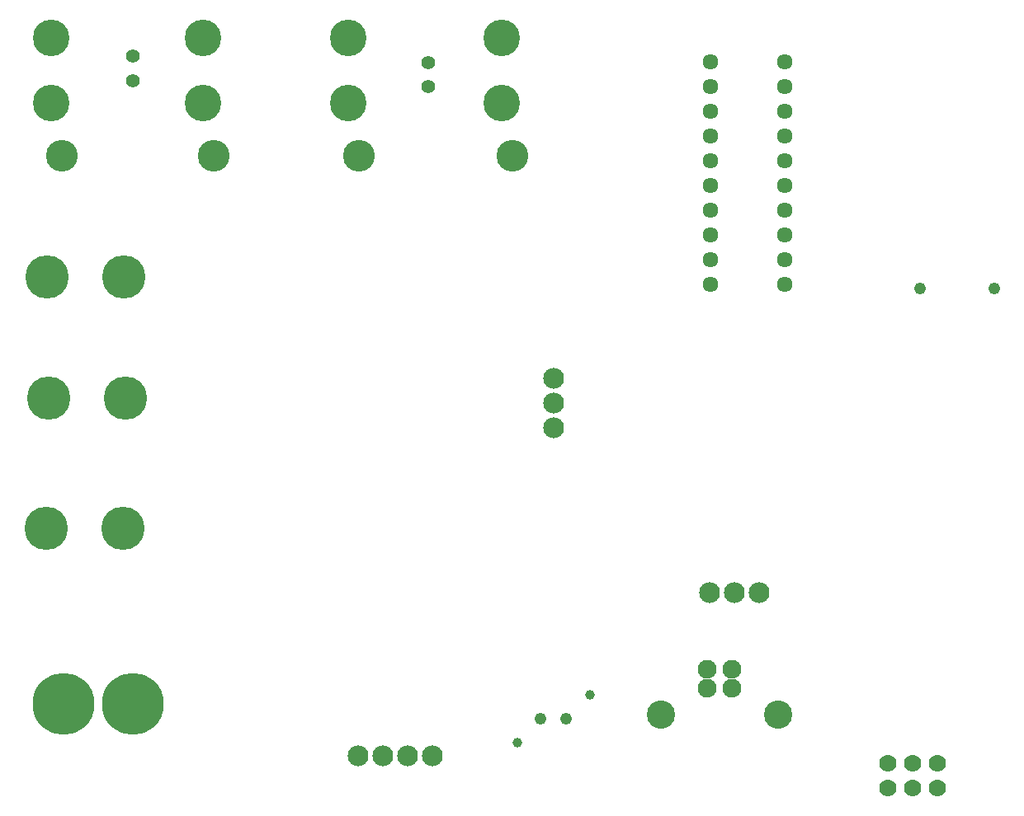
<source format=gbr>
G04 EAGLE Gerber RS-274X export*
G75*
%MOMM*%
%FSLAX34Y34*%
%LPD*%
%INSoldermask Bottom*%
%IPPOS*%
%AMOC8*
5,1,8,0,0,1.08239X$1,22.5*%
G01*
%ADD10C,4.445000*%
%ADD11C,2.133600*%
%ADD12C,3.754000*%
%ADD13C,3.254000*%
%ADD14C,6.350000*%
%ADD15C,1.609600*%
%ADD16C,1.209600*%
%ADD17C,1.004000*%
%ADD18C,1.778000*%
%ADD19C,1.409600*%
%ADD20C,1.930400*%
%ADD21C,2.895600*%


D10*
X166370Y424180D03*
X87630Y424180D03*
X85090Y290830D03*
X163830Y290830D03*
D11*
X481330Y57150D03*
X455930Y57150D03*
X430530Y57150D03*
X405130Y57150D03*
D12*
X552450Y794540D03*
X552450Y727540D03*
D13*
X563450Y673540D03*
D12*
X90170Y794540D03*
X90170Y727540D03*
D13*
X101170Y673540D03*
D12*
X394970Y794540D03*
X394970Y727540D03*
D13*
X405970Y673540D03*
D12*
X246380Y794540D03*
X246380Y727540D03*
D13*
X257380Y673540D03*
D14*
X102870Y110490D03*
X173990Y110490D03*
D15*
X767080Y769620D03*
X767080Y744220D03*
X767080Y718820D03*
X767080Y693420D03*
X767080Y668020D03*
X767080Y642620D03*
X767080Y617220D03*
X767080Y591820D03*
X767080Y566420D03*
X767080Y541020D03*
X843280Y541020D03*
X843280Y566420D03*
X843280Y591820D03*
X843280Y617220D03*
X843280Y642620D03*
X843280Y668020D03*
X843280Y693420D03*
X843280Y718820D03*
X843280Y744220D03*
X843280Y769620D03*
D11*
X605790Y393700D03*
X605790Y419100D03*
X605790Y444500D03*
D16*
X592709Y95250D03*
X618820Y95250D03*
D17*
X568325Y70358D03*
X643255Y120142D03*
D16*
X981710Y537210D03*
X1057710Y537210D03*
D18*
X948690Y24130D03*
X974090Y24130D03*
X999490Y24130D03*
X948690Y49530D03*
X974090Y49530D03*
X999490Y49530D03*
D11*
X765810Y224790D03*
X791210Y224790D03*
X816610Y224790D03*
D10*
X165100Y548640D03*
X86360Y548640D03*
D19*
X477520Y744220D03*
X477520Y769220D03*
X173990Y750570D03*
X173990Y775570D03*
D20*
X788470Y146172D03*
X763470Y146172D03*
X763470Y126360D03*
X788470Y126360D03*
D21*
X836168Y99182D03*
X715772Y99182D03*
M02*

</source>
